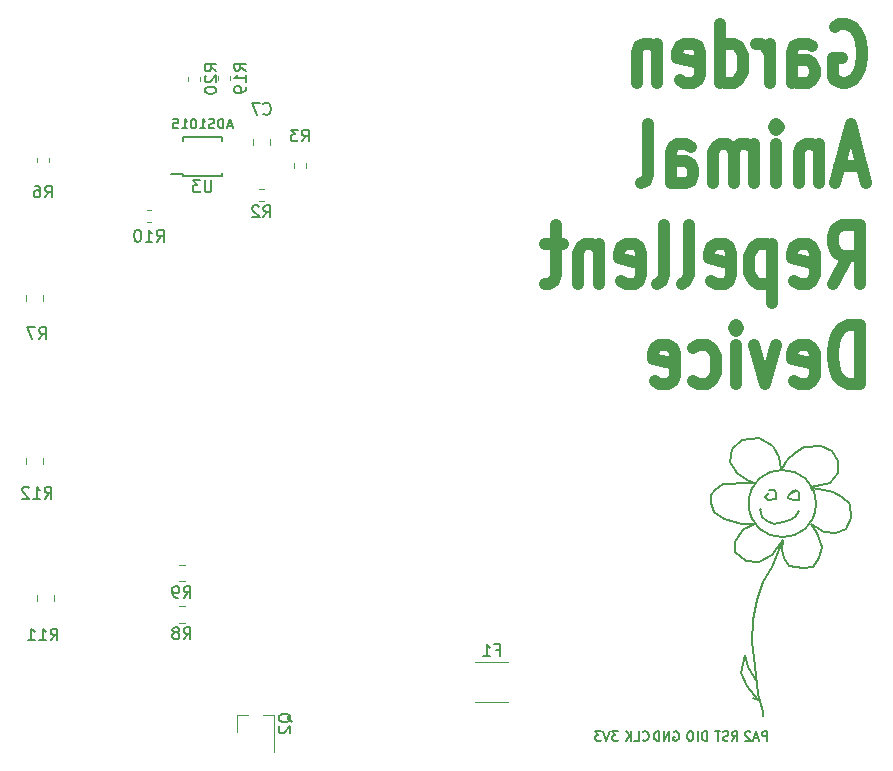
<source format=gbo>
G04 #@! TF.GenerationSoftware,KiCad,Pcbnew,5.0.2-bee76a0~70~ubuntu16.04.1*
G04 #@! TF.CreationDate,2019-01-02T19:21:14+00:00*
G04 #@! TF.ProjectId,stm32l053c,73746d33-326c-4303-9533-632e6b696361,rev?*
G04 #@! TF.SameCoordinates,Original*
G04 #@! TF.FileFunction,Legend,Bot*
G04 #@! TF.FilePolarity,Positive*
%FSLAX46Y46*%
G04 Gerber Fmt 4.6, Leading zero omitted, Abs format (unit mm)*
G04 Created by KiCad (PCBNEW 5.0.2-bee76a0~70~ubuntu16.04.1) date Wed 02 Jan 2019 19:21:14 GMT*
%MOMM*%
%LPD*%
G01*
G04 APERTURE LIST*
%ADD10C,1.000000*%
%ADD11C,0.150000*%
%ADD12C,0.120000*%
G04 APERTURE END LIST*
D10*
X161552380Y-57000000D02*
X161933333Y-56761904D01*
X162504761Y-56761904D01*
X163076190Y-57000000D01*
X163457142Y-57476190D01*
X163647619Y-57952380D01*
X163838095Y-58904761D01*
X163838095Y-59619047D01*
X163647619Y-60571428D01*
X163457142Y-61047619D01*
X163076190Y-61523809D01*
X162504761Y-61761904D01*
X162123809Y-61761904D01*
X161552380Y-61523809D01*
X161361904Y-61285714D01*
X161361904Y-59619047D01*
X162123809Y-59619047D01*
X157933333Y-61761904D02*
X157933333Y-59142857D01*
X158123809Y-58666666D01*
X158504761Y-58428571D01*
X159266666Y-58428571D01*
X159647619Y-58666666D01*
X157933333Y-61523809D02*
X158314285Y-61761904D01*
X159266666Y-61761904D01*
X159647619Y-61523809D01*
X159838095Y-61047619D01*
X159838095Y-60571428D01*
X159647619Y-60095238D01*
X159266666Y-59857142D01*
X158314285Y-59857142D01*
X157933333Y-59619047D01*
X156028571Y-61761904D02*
X156028571Y-58428571D01*
X156028571Y-59380952D02*
X155838095Y-58904761D01*
X155647619Y-58666666D01*
X155266666Y-58428571D01*
X154885714Y-58428571D01*
X151838095Y-61761904D02*
X151838095Y-56761904D01*
X151838095Y-61523809D02*
X152219047Y-61761904D01*
X152980952Y-61761904D01*
X153361904Y-61523809D01*
X153552380Y-61285714D01*
X153742857Y-60809523D01*
X153742857Y-59380952D01*
X153552380Y-58904761D01*
X153361904Y-58666666D01*
X152980952Y-58428571D01*
X152219047Y-58428571D01*
X151838095Y-58666666D01*
X148409523Y-61523809D02*
X148790476Y-61761904D01*
X149552380Y-61761904D01*
X149933333Y-61523809D01*
X150123809Y-61047619D01*
X150123809Y-59142857D01*
X149933333Y-58666666D01*
X149552380Y-58428571D01*
X148790476Y-58428571D01*
X148409523Y-58666666D01*
X148219047Y-59142857D01*
X148219047Y-59619047D01*
X150123809Y-60095238D01*
X146504761Y-58428571D02*
X146504761Y-61761904D01*
X146504761Y-58904761D02*
X146314285Y-58666666D01*
X145933333Y-58428571D01*
X145361904Y-58428571D01*
X144980952Y-58666666D01*
X144790476Y-59142857D01*
X144790476Y-61761904D01*
X163838095Y-68833333D02*
X161933333Y-68833333D01*
X164219047Y-70261904D02*
X162885714Y-65261904D01*
X161552380Y-70261904D01*
X160219047Y-66928571D02*
X160219047Y-70261904D01*
X160219047Y-67404761D02*
X160028571Y-67166666D01*
X159647619Y-66928571D01*
X159076190Y-66928571D01*
X158695238Y-67166666D01*
X158504761Y-67642857D01*
X158504761Y-70261904D01*
X156600000Y-70261904D02*
X156600000Y-66928571D01*
X156600000Y-65261904D02*
X156790476Y-65500000D01*
X156600000Y-65738095D01*
X156409523Y-65500000D01*
X156600000Y-65261904D01*
X156600000Y-65738095D01*
X154695238Y-70261904D02*
X154695238Y-66928571D01*
X154695238Y-67404761D02*
X154504761Y-67166666D01*
X154123809Y-66928571D01*
X153552380Y-66928571D01*
X153171428Y-67166666D01*
X152980952Y-67642857D01*
X152980952Y-70261904D01*
X152980952Y-67642857D02*
X152790476Y-67166666D01*
X152409523Y-66928571D01*
X151838095Y-66928571D01*
X151457142Y-67166666D01*
X151266666Y-67642857D01*
X151266666Y-70261904D01*
X147647619Y-70261904D02*
X147647619Y-67642857D01*
X147838095Y-67166666D01*
X148219047Y-66928571D01*
X148980952Y-66928571D01*
X149361904Y-67166666D01*
X147647619Y-70023809D02*
X148028571Y-70261904D01*
X148980952Y-70261904D01*
X149361904Y-70023809D01*
X149552380Y-69547619D01*
X149552380Y-69071428D01*
X149361904Y-68595238D01*
X148980952Y-68357142D01*
X148028571Y-68357142D01*
X147647619Y-68119047D01*
X145171428Y-70261904D02*
X145552380Y-70023809D01*
X145742857Y-69547619D01*
X145742857Y-65261904D01*
X161361904Y-78761904D02*
X162695238Y-76380952D01*
X163647619Y-78761904D02*
X163647619Y-73761904D01*
X162123809Y-73761904D01*
X161742857Y-74000000D01*
X161552380Y-74238095D01*
X161361904Y-74714285D01*
X161361904Y-75428571D01*
X161552380Y-75904761D01*
X161742857Y-76142857D01*
X162123809Y-76380952D01*
X163647619Y-76380952D01*
X158123809Y-78523809D02*
X158504761Y-78761904D01*
X159266666Y-78761904D01*
X159647619Y-78523809D01*
X159838095Y-78047619D01*
X159838095Y-76142857D01*
X159647619Y-75666666D01*
X159266666Y-75428571D01*
X158504761Y-75428571D01*
X158123809Y-75666666D01*
X157933333Y-76142857D01*
X157933333Y-76619047D01*
X159838095Y-77095238D01*
X156219047Y-75428571D02*
X156219047Y-80428571D01*
X156219047Y-75666666D02*
X155838095Y-75428571D01*
X155076190Y-75428571D01*
X154695238Y-75666666D01*
X154504761Y-75904761D01*
X154314285Y-76380952D01*
X154314285Y-77809523D01*
X154504761Y-78285714D01*
X154695238Y-78523809D01*
X155076190Y-78761904D01*
X155838095Y-78761904D01*
X156219047Y-78523809D01*
X151076190Y-78523809D02*
X151457142Y-78761904D01*
X152219047Y-78761904D01*
X152600000Y-78523809D01*
X152790476Y-78047619D01*
X152790476Y-76142857D01*
X152600000Y-75666666D01*
X152219047Y-75428571D01*
X151457142Y-75428571D01*
X151076190Y-75666666D01*
X150885714Y-76142857D01*
X150885714Y-76619047D01*
X152790476Y-77095238D01*
X148600000Y-78761904D02*
X148980952Y-78523809D01*
X149171428Y-78047619D01*
X149171428Y-73761904D01*
X146504761Y-78761904D02*
X146885714Y-78523809D01*
X147076190Y-78047619D01*
X147076190Y-73761904D01*
X143457142Y-78523809D02*
X143838095Y-78761904D01*
X144600000Y-78761904D01*
X144980952Y-78523809D01*
X145171428Y-78047619D01*
X145171428Y-76142857D01*
X144980952Y-75666666D01*
X144600000Y-75428571D01*
X143838095Y-75428571D01*
X143457142Y-75666666D01*
X143266666Y-76142857D01*
X143266666Y-76619047D01*
X145171428Y-77095238D01*
X141552380Y-75428571D02*
X141552380Y-78761904D01*
X141552380Y-75904761D02*
X141361904Y-75666666D01*
X140980952Y-75428571D01*
X140409523Y-75428571D01*
X140028571Y-75666666D01*
X139838095Y-76142857D01*
X139838095Y-78761904D01*
X138504761Y-75428571D02*
X136980952Y-75428571D01*
X137933333Y-73761904D02*
X137933333Y-78047619D01*
X137742857Y-78523809D01*
X137361904Y-78761904D01*
X136980952Y-78761904D01*
X163647619Y-87261904D02*
X163647619Y-82261904D01*
X162695238Y-82261904D01*
X162123809Y-82500000D01*
X161742857Y-82976190D01*
X161552380Y-83452380D01*
X161361904Y-84404761D01*
X161361904Y-85119047D01*
X161552380Y-86071428D01*
X161742857Y-86547619D01*
X162123809Y-87023809D01*
X162695238Y-87261904D01*
X163647619Y-87261904D01*
X158123809Y-87023809D02*
X158504761Y-87261904D01*
X159266666Y-87261904D01*
X159647619Y-87023809D01*
X159838095Y-86547619D01*
X159838095Y-84642857D01*
X159647619Y-84166666D01*
X159266666Y-83928571D01*
X158504761Y-83928571D01*
X158123809Y-84166666D01*
X157933333Y-84642857D01*
X157933333Y-85119047D01*
X159838095Y-85595238D01*
X156600000Y-83928571D02*
X155647619Y-87261904D01*
X154695238Y-83928571D01*
X153171428Y-87261904D02*
X153171428Y-83928571D01*
X153171428Y-82261904D02*
X153361904Y-82500000D01*
X153171428Y-82738095D01*
X152980952Y-82500000D01*
X153171428Y-82261904D01*
X153171428Y-82738095D01*
X149552380Y-87023809D02*
X149933333Y-87261904D01*
X150695238Y-87261904D01*
X151076190Y-87023809D01*
X151266666Y-86785714D01*
X151457142Y-86309523D01*
X151457142Y-84880952D01*
X151266666Y-84404761D01*
X151076190Y-84166666D01*
X150695238Y-83928571D01*
X149933333Y-83928571D01*
X149552380Y-84166666D01*
X146314285Y-87023809D02*
X146695238Y-87261904D01*
X147457142Y-87261904D01*
X147838095Y-87023809D01*
X148028571Y-86547619D01*
X148028571Y-84642857D01*
X147838095Y-84166666D01*
X147457142Y-83928571D01*
X146695238Y-83928571D01*
X146314285Y-84166666D01*
X146123809Y-84642857D01*
X146123809Y-85119047D01*
X148028571Y-85595238D01*
D11*
X110495238Y-65383333D02*
X110114285Y-65383333D01*
X110571428Y-65611904D02*
X110304761Y-64811904D01*
X110038095Y-65611904D01*
X109771428Y-65611904D02*
X109771428Y-64811904D01*
X109580952Y-64811904D01*
X109466666Y-64850000D01*
X109390476Y-64926190D01*
X109352380Y-65002380D01*
X109314285Y-65154761D01*
X109314285Y-65269047D01*
X109352380Y-65421428D01*
X109390476Y-65497619D01*
X109466666Y-65573809D01*
X109580952Y-65611904D01*
X109771428Y-65611904D01*
X109009523Y-65573809D02*
X108895238Y-65611904D01*
X108704761Y-65611904D01*
X108628571Y-65573809D01*
X108590476Y-65535714D01*
X108552380Y-65459523D01*
X108552380Y-65383333D01*
X108590476Y-65307142D01*
X108628571Y-65269047D01*
X108704761Y-65230952D01*
X108857142Y-65192857D01*
X108933333Y-65154761D01*
X108971428Y-65116666D01*
X109009523Y-65040476D01*
X109009523Y-64964285D01*
X108971428Y-64888095D01*
X108933333Y-64850000D01*
X108857142Y-64811904D01*
X108666666Y-64811904D01*
X108552380Y-64850000D01*
X107790476Y-65611904D02*
X108247619Y-65611904D01*
X108019047Y-65611904D02*
X108019047Y-64811904D01*
X108095238Y-64926190D01*
X108171428Y-65002380D01*
X108247619Y-65040476D01*
X107295238Y-64811904D02*
X107219047Y-64811904D01*
X107142857Y-64850000D01*
X107104761Y-64888095D01*
X107066666Y-64964285D01*
X107028571Y-65116666D01*
X107028571Y-65307142D01*
X107066666Y-65459523D01*
X107104761Y-65535714D01*
X107142857Y-65573809D01*
X107219047Y-65611904D01*
X107295238Y-65611904D01*
X107371428Y-65573809D01*
X107409523Y-65535714D01*
X107447619Y-65459523D01*
X107485714Y-65307142D01*
X107485714Y-65116666D01*
X107447619Y-64964285D01*
X107409523Y-64888095D01*
X107371428Y-64850000D01*
X107295238Y-64811904D01*
X106266666Y-65611904D02*
X106723809Y-65611904D01*
X106495238Y-65611904D02*
X106495238Y-64811904D01*
X106571428Y-64926190D01*
X106647619Y-65002380D01*
X106723809Y-65040476D01*
X105542857Y-64811904D02*
X105923809Y-64811904D01*
X105961904Y-65192857D01*
X105923809Y-65154761D01*
X105847619Y-65116666D01*
X105657142Y-65116666D01*
X105580952Y-65154761D01*
X105542857Y-65192857D01*
X105504761Y-65269047D01*
X105504761Y-65459523D01*
X105542857Y-65535714D01*
X105580952Y-65573809D01*
X105657142Y-65611904D01*
X105847619Y-65611904D01*
X105923809Y-65573809D01*
X105961904Y-65535714D01*
X155833333Y-117461904D02*
X155833333Y-116661904D01*
X155528571Y-116661904D01*
X155452380Y-116700000D01*
X155414285Y-116738095D01*
X155376190Y-116814285D01*
X155376190Y-116928571D01*
X155414285Y-117004761D01*
X155452380Y-117042857D01*
X155528571Y-117080952D01*
X155833333Y-117080952D01*
X155071428Y-117233333D02*
X154690476Y-117233333D01*
X155147619Y-117461904D02*
X154880952Y-116661904D01*
X154614285Y-117461904D01*
X154385714Y-116738095D02*
X154347619Y-116700000D01*
X154271428Y-116661904D01*
X154080952Y-116661904D01*
X154004761Y-116700000D01*
X153966666Y-116738095D01*
X153928571Y-116814285D01*
X153928571Y-116890476D01*
X153966666Y-117004761D01*
X154423809Y-117461904D01*
X153928571Y-117461904D01*
X152838095Y-117461904D02*
X153104761Y-117080952D01*
X153295238Y-117461904D02*
X153295238Y-116661904D01*
X152990476Y-116661904D01*
X152914285Y-116700000D01*
X152876190Y-116738095D01*
X152838095Y-116814285D01*
X152838095Y-116928571D01*
X152876190Y-117004761D01*
X152914285Y-117042857D01*
X152990476Y-117080952D01*
X153295238Y-117080952D01*
X152533333Y-117423809D02*
X152419047Y-117461904D01*
X152228571Y-117461904D01*
X152152380Y-117423809D01*
X152114285Y-117385714D01*
X152076190Y-117309523D01*
X152076190Y-117233333D01*
X152114285Y-117157142D01*
X152152380Y-117119047D01*
X152228571Y-117080952D01*
X152380952Y-117042857D01*
X152457142Y-117004761D01*
X152495238Y-116966666D01*
X152533333Y-116890476D01*
X152533333Y-116814285D01*
X152495238Y-116738095D01*
X152457142Y-116700000D01*
X152380952Y-116661904D01*
X152190476Y-116661904D01*
X152076190Y-116700000D01*
X151847619Y-116661904D02*
X151390476Y-116661904D01*
X151619047Y-117461904D02*
X151619047Y-116661904D01*
X150719047Y-117461904D02*
X150719047Y-116661904D01*
X150528571Y-116661904D01*
X150414285Y-116700000D01*
X150338095Y-116776190D01*
X150300000Y-116852380D01*
X150261904Y-117004761D01*
X150261904Y-117119047D01*
X150300000Y-117271428D01*
X150338095Y-117347619D01*
X150414285Y-117423809D01*
X150528571Y-117461904D01*
X150719047Y-117461904D01*
X149919047Y-117461904D02*
X149919047Y-116661904D01*
X149385714Y-116661904D02*
X149233333Y-116661904D01*
X149157142Y-116700000D01*
X149080952Y-116776190D01*
X149042857Y-116928571D01*
X149042857Y-117195238D01*
X149080952Y-117347619D01*
X149157142Y-117423809D01*
X149233333Y-117461904D01*
X149385714Y-117461904D01*
X149461904Y-117423809D01*
X149538095Y-117347619D01*
X149576190Y-117195238D01*
X149576190Y-116928571D01*
X149538095Y-116776190D01*
X149461904Y-116700000D01*
X149385714Y-116661904D01*
X147909523Y-116700000D02*
X147985714Y-116661904D01*
X148100000Y-116661904D01*
X148214285Y-116700000D01*
X148290476Y-116776190D01*
X148328571Y-116852380D01*
X148366666Y-117004761D01*
X148366666Y-117119047D01*
X148328571Y-117271428D01*
X148290476Y-117347619D01*
X148214285Y-117423809D01*
X148100000Y-117461904D01*
X148023809Y-117461904D01*
X147909523Y-117423809D01*
X147871428Y-117385714D01*
X147871428Y-117119047D01*
X148023809Y-117119047D01*
X147528571Y-117461904D02*
X147528571Y-116661904D01*
X147071428Y-117461904D01*
X147071428Y-116661904D01*
X146690476Y-117461904D02*
X146690476Y-116661904D01*
X146500000Y-116661904D01*
X146385714Y-116700000D01*
X146309523Y-116776190D01*
X146271428Y-116852380D01*
X146233333Y-117004761D01*
X146233333Y-117119047D01*
X146271428Y-117271428D01*
X146309523Y-117347619D01*
X146385714Y-117423809D01*
X146500000Y-117461904D01*
X146690476Y-117461904D01*
X145276190Y-117385714D02*
X145314285Y-117423809D01*
X145428571Y-117461904D01*
X145504761Y-117461904D01*
X145619047Y-117423809D01*
X145695238Y-117347619D01*
X145733333Y-117271428D01*
X145771428Y-117119047D01*
X145771428Y-117004761D01*
X145733333Y-116852380D01*
X145695238Y-116776190D01*
X145619047Y-116700000D01*
X145504761Y-116661904D01*
X145428571Y-116661904D01*
X145314285Y-116700000D01*
X145276190Y-116738095D01*
X144552380Y-117461904D02*
X144933333Y-117461904D01*
X144933333Y-116661904D01*
X144285714Y-117461904D02*
X144285714Y-116661904D01*
X143828571Y-117461904D02*
X144171428Y-117004761D01*
X143828571Y-116661904D02*
X144285714Y-117119047D01*
X143190476Y-116661904D02*
X142695238Y-116661904D01*
X142961904Y-116966666D01*
X142847619Y-116966666D01*
X142771428Y-117004761D01*
X142733333Y-117042857D01*
X142695238Y-117119047D01*
X142695238Y-117309523D01*
X142733333Y-117385714D01*
X142771428Y-117423809D01*
X142847619Y-117461904D01*
X143076190Y-117461904D01*
X143152380Y-117423809D01*
X143190476Y-117385714D01*
X142466666Y-116661904D02*
X142200000Y-117461904D01*
X141933333Y-116661904D01*
X141742857Y-116661904D02*
X141247619Y-116661904D01*
X141514285Y-116966666D01*
X141400000Y-116966666D01*
X141323809Y-117004761D01*
X141285714Y-117042857D01*
X141247619Y-117119047D01*
X141247619Y-117309523D01*
X141285714Y-117385714D01*
X141323809Y-117423809D01*
X141400000Y-117461904D01*
X141628571Y-117461904D01*
X141704761Y-117423809D01*
X141742857Y-117385714D01*
D12*
G04 #@! TO.C,F1*
X133886252Y-110790000D02*
X131113748Y-110790000D01*
X133886252Y-114210000D02*
X131113748Y-114210000D01*
G04 #@! TO.C,Q2*
X110920000Y-115240000D02*
X111850000Y-115240000D01*
X114080000Y-115240000D02*
X113150000Y-115240000D01*
X114080000Y-115240000D02*
X114080000Y-118400000D01*
X110920000Y-115240000D02*
X110920000Y-116700000D01*
G04 #@! TO.C,R2*
X112828733Y-71760000D02*
X113171267Y-71760000D01*
X112828733Y-70740000D02*
X113171267Y-70740000D01*
G04 #@! TO.C,R3*
X116760000Y-68578733D02*
X116760000Y-68921267D01*
X115740000Y-68578733D02*
X115740000Y-68921267D01*
G04 #@! TO.C,R6*
X95010000Y-68421267D02*
X95010000Y-68078733D01*
X93990000Y-68421267D02*
X93990000Y-68078733D01*
G04 #@! TO.C,R7*
X93040000Y-80236252D02*
X93040000Y-79713748D01*
X94460000Y-80236252D02*
X94460000Y-79713748D01*
G04 #@! TO.C,R9*
X105988748Y-103960000D02*
X106511252Y-103960000D01*
X105988748Y-102540000D02*
X106511252Y-102540000D01*
G04 #@! TO.C,R10*
X103671267Y-72490000D02*
X103328733Y-72490000D01*
X103671267Y-73510000D02*
X103328733Y-73510000D01*
G04 #@! TO.C,R11*
X95410000Y-105138748D02*
X95410000Y-105661252D01*
X93990000Y-105138748D02*
X93990000Y-105661252D01*
G04 #@! TO.C,R12*
X93040000Y-93488748D02*
X93040000Y-94011252D01*
X94460000Y-93488748D02*
X94460000Y-94011252D01*
G04 #@! TO.C,R8*
X105988748Y-106040000D02*
X106511252Y-106040000D01*
X105988748Y-107460000D02*
X106511252Y-107460000D01*
G04 #@! TO.C,C7*
X113710000Y-67011252D02*
X113710000Y-66488748D01*
X112290000Y-67011252D02*
X112290000Y-66488748D01*
G04 #@! TO.C,R19*
X109290000Y-61521267D02*
X109290000Y-61178733D01*
X110310000Y-61521267D02*
X110310000Y-61178733D01*
G04 #@! TO.C,R20*
X107810000Y-61571267D02*
X107810000Y-61228733D01*
X106790000Y-61571267D02*
X106790000Y-61228733D01*
D11*
G04 #@! TO.C,U3*
X106375000Y-69625000D02*
X106375000Y-69450000D01*
X109625000Y-69625000D02*
X109625000Y-69350000D01*
X109625000Y-66375000D02*
X109625000Y-66650000D01*
X106375000Y-66375000D02*
X106375000Y-66650000D01*
X106375000Y-69625000D02*
X109625000Y-69625000D01*
X106375000Y-66375000D02*
X109625000Y-66375000D01*
X106375000Y-69450000D02*
X105300000Y-69450000D01*
G04 #@! TO.C,REF\002A\002A*
X159939806Y-97370000D02*
G75*
G03X159939806Y-97370000I-2839806J0D01*
G01*
X154100000Y-95400000D02*
X154725000Y-95625000D01*
X153275000Y-94800000D02*
X154100000Y-95400000D01*
X152650000Y-93850000D02*
X153275000Y-94800000D01*
X152875000Y-92725000D02*
X152650000Y-93850000D01*
X153725000Y-91950000D02*
X152875000Y-92725000D01*
X155125000Y-91825000D02*
X153725000Y-91950000D01*
X156350000Y-92500000D02*
X155125000Y-91825000D01*
X156850000Y-93400000D02*
X156350000Y-92500000D01*
X157025000Y-94450000D02*
X156850000Y-93400000D01*
X159525000Y-95975000D02*
X159575000Y-96200000D01*
X160375000Y-95800000D02*
X159525000Y-95975000D01*
X161150000Y-95625000D02*
X160375000Y-95800000D01*
X161775000Y-94800000D02*
X161150000Y-95625000D01*
X161825000Y-93800000D02*
X161775000Y-94800000D01*
X161275000Y-92950000D02*
X161825000Y-93800000D01*
X160375000Y-92500000D02*
X161275000Y-92950000D01*
X158975000Y-92625000D02*
X160375000Y-92500000D01*
X158200000Y-93125000D02*
X158975000Y-92625000D01*
X157525000Y-93675000D02*
X158200000Y-93125000D01*
X157075000Y-94450000D02*
X157525000Y-93675000D01*
X153050000Y-100650000D02*
X153500000Y-99925000D01*
X153100000Y-101500000D02*
X153050000Y-100650000D01*
X154000000Y-102275000D02*
X153100000Y-101500000D01*
X155125000Y-102350000D02*
X154000000Y-102275000D01*
X156225000Y-101725000D02*
X155125000Y-102350000D01*
X156675000Y-101175000D02*
X156225000Y-101725000D01*
X157125000Y-100450000D02*
X156675000Y-101175000D01*
X157075000Y-101275000D02*
X157125000Y-100450000D01*
X157250000Y-102000000D02*
X157075000Y-101275000D01*
X157675000Y-102625000D02*
X157250000Y-102000000D01*
X158850000Y-102850000D02*
X157675000Y-102625000D01*
X159700000Y-102725000D02*
X158850000Y-102850000D01*
X160200000Y-101950000D02*
X159700000Y-102725000D01*
X160425000Y-101050000D02*
X160200000Y-101950000D01*
X160025000Y-99825000D02*
X160425000Y-101050000D01*
X159525000Y-99100000D02*
X160025000Y-99825000D01*
X159975000Y-99375000D02*
X159525000Y-99100000D01*
X160600000Y-99775000D02*
X159975000Y-99375000D01*
X161650000Y-99875000D02*
X160600000Y-99775000D01*
X162500000Y-99500000D02*
X161650000Y-99875000D01*
X162950000Y-98600000D02*
X162500000Y-99500000D01*
X162825000Y-97425000D02*
X162950000Y-98600000D01*
X162150000Y-96850000D02*
X162825000Y-97425000D01*
X161375000Y-96425000D02*
X162150000Y-96850000D01*
X160650000Y-96250000D02*
X161375000Y-96425000D01*
X159650000Y-96075000D02*
X160650000Y-96250000D01*
X154675000Y-95625000D02*
X154675000Y-95575000D01*
X154275000Y-95625000D02*
X154675000Y-95625000D01*
X153600000Y-95625000D02*
X154275000Y-95625000D01*
X152725000Y-95700000D02*
X153600000Y-95625000D01*
X152050000Y-95750000D02*
X152725000Y-95700000D01*
X151375000Y-96200000D02*
X152050000Y-95750000D01*
X151100000Y-96650000D02*
X151375000Y-96200000D01*
X151025000Y-97300000D02*
X151100000Y-96650000D01*
X151325000Y-98100000D02*
X151025000Y-97300000D01*
X152200000Y-98650000D02*
X151325000Y-98100000D01*
X153675000Y-99100000D02*
X152200000Y-98650000D01*
X154775000Y-99100000D02*
X153675000Y-99100000D01*
X153875000Y-99500000D02*
X154775000Y-99100000D01*
X153450000Y-100000000D02*
X153875000Y-99500000D01*
X158200000Y-96300000D02*
X157900000Y-96300000D01*
X157900000Y-96475000D02*
X158200000Y-96300000D01*
X157625000Y-96525000D02*
X157900000Y-96475000D01*
X157575000Y-96925000D02*
X157625000Y-96525000D01*
X157975000Y-97075000D02*
X157575000Y-96925000D01*
X158525000Y-97075000D02*
X157975000Y-97075000D01*
X158525000Y-96425000D02*
X158525000Y-97075000D01*
X158200000Y-96200000D02*
X158525000Y-96425000D01*
X155625000Y-96800000D02*
X155950000Y-96475000D01*
X155900000Y-97075000D02*
X155625000Y-96800000D01*
X156525000Y-97025000D02*
X155900000Y-97075000D01*
X156575000Y-96575000D02*
X156525000Y-97025000D01*
X156450000Y-96250000D02*
X156575000Y-96575000D01*
X155950000Y-96200000D02*
X156450000Y-96250000D01*
X155175000Y-97800000D02*
X155275000Y-97800000D01*
X155350000Y-98475000D02*
X155175000Y-97800000D01*
X155775000Y-98875000D02*
X155350000Y-98475000D01*
X156400000Y-99100000D02*
X155775000Y-98875000D01*
X157175000Y-98975000D02*
X156400000Y-99100000D01*
X157750000Y-98750000D02*
X157175000Y-98975000D01*
X158200000Y-98550000D02*
X157750000Y-98750000D01*
X158525000Y-98025000D02*
X158200000Y-98550000D01*
X155450000Y-115025000D02*
X155450000Y-115400000D01*
X155000000Y-113525000D02*
X155450000Y-115025000D01*
X154825000Y-111125000D02*
X155000000Y-113525000D01*
X154550000Y-109075000D02*
X154825000Y-111125000D01*
X154650000Y-107225000D02*
X154550000Y-109075000D01*
X154925000Y-105525000D02*
X154650000Y-107225000D01*
X155450000Y-104000000D02*
X154925000Y-105525000D01*
X156250000Y-102775000D02*
X155450000Y-104000000D01*
X157150000Y-100450000D02*
X156250000Y-102775000D01*
X155000000Y-113975000D02*
X154650000Y-113800000D01*
X154125000Y-112825000D02*
X155000000Y-113975000D01*
X153575000Y-111750000D02*
X154125000Y-112825000D01*
X153950000Y-110225000D02*
X153575000Y-111750000D01*
X154200000Y-111225000D02*
X153950000Y-110225000D01*
X154925000Y-112450000D02*
X154200000Y-111225000D01*
G04 #@! TO.C,F1*
X132833333Y-109778571D02*
X133166666Y-109778571D01*
X133166666Y-110302380D02*
X133166666Y-109302380D01*
X132690476Y-109302380D01*
X131785714Y-110302380D02*
X132357142Y-110302380D01*
X132071428Y-110302380D02*
X132071428Y-109302380D01*
X132166666Y-109445238D01*
X132261904Y-109540476D01*
X132357142Y-109588095D01*
G04 #@! TO.C,Q2*
X115547619Y-115904761D02*
X115500000Y-115809523D01*
X115404761Y-115714285D01*
X115261904Y-115571428D01*
X115214285Y-115476190D01*
X115214285Y-115380952D01*
X115452380Y-115428571D02*
X115404761Y-115333333D01*
X115309523Y-115238095D01*
X115119047Y-115190476D01*
X114785714Y-115190476D01*
X114595238Y-115238095D01*
X114500000Y-115333333D01*
X114452380Y-115428571D01*
X114452380Y-115619047D01*
X114500000Y-115714285D01*
X114595238Y-115809523D01*
X114785714Y-115857142D01*
X115119047Y-115857142D01*
X115309523Y-115809523D01*
X115404761Y-115714285D01*
X115452380Y-115619047D01*
X115452380Y-115428571D01*
X114547619Y-116238095D02*
X114500000Y-116285714D01*
X114452380Y-116380952D01*
X114452380Y-116619047D01*
X114500000Y-116714285D01*
X114547619Y-116761904D01*
X114642857Y-116809523D01*
X114738095Y-116809523D01*
X114880952Y-116761904D01*
X115452380Y-116190476D01*
X115452380Y-116809523D01*
G04 #@! TO.C,R2*
X113166666Y-73132380D02*
X113500000Y-72656190D01*
X113738095Y-73132380D02*
X113738095Y-72132380D01*
X113357142Y-72132380D01*
X113261904Y-72180000D01*
X113214285Y-72227619D01*
X113166666Y-72322857D01*
X113166666Y-72465714D01*
X113214285Y-72560952D01*
X113261904Y-72608571D01*
X113357142Y-72656190D01*
X113738095Y-72656190D01*
X112785714Y-72227619D02*
X112738095Y-72180000D01*
X112642857Y-72132380D01*
X112404761Y-72132380D01*
X112309523Y-72180000D01*
X112261904Y-72227619D01*
X112214285Y-72322857D01*
X112214285Y-72418095D01*
X112261904Y-72560952D01*
X112833333Y-73132380D01*
X112214285Y-73132380D01*
G04 #@! TO.C,R3*
X116416666Y-66702380D02*
X116750000Y-66226190D01*
X116988095Y-66702380D02*
X116988095Y-65702380D01*
X116607142Y-65702380D01*
X116511904Y-65750000D01*
X116464285Y-65797619D01*
X116416666Y-65892857D01*
X116416666Y-66035714D01*
X116464285Y-66130952D01*
X116511904Y-66178571D01*
X116607142Y-66226190D01*
X116988095Y-66226190D01*
X116083333Y-65702380D02*
X115464285Y-65702380D01*
X115797619Y-66083333D01*
X115654761Y-66083333D01*
X115559523Y-66130952D01*
X115511904Y-66178571D01*
X115464285Y-66273809D01*
X115464285Y-66511904D01*
X115511904Y-66607142D01*
X115559523Y-66654761D01*
X115654761Y-66702380D01*
X115940476Y-66702380D01*
X116035714Y-66654761D01*
X116083333Y-66607142D01*
G04 #@! TO.C,R6*
X94666666Y-71452380D02*
X95000000Y-70976190D01*
X95238095Y-71452380D02*
X95238095Y-70452380D01*
X94857142Y-70452380D01*
X94761904Y-70500000D01*
X94714285Y-70547619D01*
X94666666Y-70642857D01*
X94666666Y-70785714D01*
X94714285Y-70880952D01*
X94761904Y-70928571D01*
X94857142Y-70976190D01*
X95238095Y-70976190D01*
X93809523Y-70452380D02*
X94000000Y-70452380D01*
X94095238Y-70500000D01*
X94142857Y-70547619D01*
X94238095Y-70690476D01*
X94285714Y-70880952D01*
X94285714Y-71261904D01*
X94238095Y-71357142D01*
X94190476Y-71404761D01*
X94095238Y-71452380D01*
X93904761Y-71452380D01*
X93809523Y-71404761D01*
X93761904Y-71357142D01*
X93714285Y-71261904D01*
X93714285Y-71023809D01*
X93761904Y-70928571D01*
X93809523Y-70880952D01*
X93904761Y-70833333D01*
X94095238Y-70833333D01*
X94190476Y-70880952D01*
X94238095Y-70928571D01*
X94285714Y-71023809D01*
G04 #@! TO.C,R7*
X94166666Y-83452380D02*
X94500000Y-82976190D01*
X94738095Y-83452380D02*
X94738095Y-82452380D01*
X94357142Y-82452380D01*
X94261904Y-82500000D01*
X94214285Y-82547619D01*
X94166666Y-82642857D01*
X94166666Y-82785714D01*
X94214285Y-82880952D01*
X94261904Y-82928571D01*
X94357142Y-82976190D01*
X94738095Y-82976190D01*
X93833333Y-82452380D02*
X93166666Y-82452380D01*
X93595238Y-83452380D01*
G04 #@! TO.C,R9*
X106416666Y-105352380D02*
X106750000Y-104876190D01*
X106988095Y-105352380D02*
X106988095Y-104352380D01*
X106607142Y-104352380D01*
X106511904Y-104400000D01*
X106464285Y-104447619D01*
X106416666Y-104542857D01*
X106416666Y-104685714D01*
X106464285Y-104780952D01*
X106511904Y-104828571D01*
X106607142Y-104876190D01*
X106988095Y-104876190D01*
X105940476Y-105352380D02*
X105750000Y-105352380D01*
X105654761Y-105304761D01*
X105607142Y-105257142D01*
X105511904Y-105114285D01*
X105464285Y-104923809D01*
X105464285Y-104542857D01*
X105511904Y-104447619D01*
X105559523Y-104400000D01*
X105654761Y-104352380D01*
X105845238Y-104352380D01*
X105940476Y-104400000D01*
X105988095Y-104447619D01*
X106035714Y-104542857D01*
X106035714Y-104780952D01*
X105988095Y-104876190D01*
X105940476Y-104923809D01*
X105845238Y-104971428D01*
X105654761Y-104971428D01*
X105559523Y-104923809D01*
X105511904Y-104876190D01*
X105464285Y-104780952D01*
G04 #@! TO.C,R10*
X104142857Y-75202380D02*
X104476190Y-74726190D01*
X104714285Y-75202380D02*
X104714285Y-74202380D01*
X104333333Y-74202380D01*
X104238095Y-74250000D01*
X104190476Y-74297619D01*
X104142857Y-74392857D01*
X104142857Y-74535714D01*
X104190476Y-74630952D01*
X104238095Y-74678571D01*
X104333333Y-74726190D01*
X104714285Y-74726190D01*
X103190476Y-75202380D02*
X103761904Y-75202380D01*
X103476190Y-75202380D02*
X103476190Y-74202380D01*
X103571428Y-74345238D01*
X103666666Y-74440476D01*
X103761904Y-74488095D01*
X102571428Y-74202380D02*
X102476190Y-74202380D01*
X102380952Y-74250000D01*
X102333333Y-74297619D01*
X102285714Y-74392857D01*
X102238095Y-74583333D01*
X102238095Y-74821428D01*
X102285714Y-75011904D01*
X102333333Y-75107142D01*
X102380952Y-75154761D01*
X102476190Y-75202380D01*
X102571428Y-75202380D01*
X102666666Y-75154761D01*
X102714285Y-75107142D01*
X102761904Y-75011904D01*
X102809523Y-74821428D01*
X102809523Y-74583333D01*
X102761904Y-74392857D01*
X102714285Y-74297619D01*
X102666666Y-74250000D01*
X102571428Y-74202380D01*
G04 #@! TO.C,R11*
X95142857Y-108952380D02*
X95476190Y-108476190D01*
X95714285Y-108952380D02*
X95714285Y-107952380D01*
X95333333Y-107952380D01*
X95238095Y-108000000D01*
X95190476Y-108047619D01*
X95142857Y-108142857D01*
X95142857Y-108285714D01*
X95190476Y-108380952D01*
X95238095Y-108428571D01*
X95333333Y-108476190D01*
X95714285Y-108476190D01*
X94190476Y-108952380D02*
X94761904Y-108952380D01*
X94476190Y-108952380D02*
X94476190Y-107952380D01*
X94571428Y-108095238D01*
X94666666Y-108190476D01*
X94761904Y-108238095D01*
X93238095Y-108952380D02*
X93809523Y-108952380D01*
X93523809Y-108952380D02*
X93523809Y-107952380D01*
X93619047Y-108095238D01*
X93714285Y-108190476D01*
X93809523Y-108238095D01*
G04 #@! TO.C,R12*
X94642857Y-96952380D02*
X94976190Y-96476190D01*
X95214285Y-96952380D02*
X95214285Y-95952380D01*
X94833333Y-95952380D01*
X94738095Y-96000000D01*
X94690476Y-96047619D01*
X94642857Y-96142857D01*
X94642857Y-96285714D01*
X94690476Y-96380952D01*
X94738095Y-96428571D01*
X94833333Y-96476190D01*
X95214285Y-96476190D01*
X93690476Y-96952380D02*
X94261904Y-96952380D01*
X93976190Y-96952380D02*
X93976190Y-95952380D01*
X94071428Y-96095238D01*
X94166666Y-96190476D01*
X94261904Y-96238095D01*
X93309523Y-96047619D02*
X93261904Y-96000000D01*
X93166666Y-95952380D01*
X92928571Y-95952380D01*
X92833333Y-96000000D01*
X92785714Y-96047619D01*
X92738095Y-96142857D01*
X92738095Y-96238095D01*
X92785714Y-96380952D01*
X93357142Y-96952380D01*
X92738095Y-96952380D01*
G04 #@! TO.C,R8*
X106416666Y-108852380D02*
X106750000Y-108376190D01*
X106988095Y-108852380D02*
X106988095Y-107852380D01*
X106607142Y-107852380D01*
X106511904Y-107900000D01*
X106464285Y-107947619D01*
X106416666Y-108042857D01*
X106416666Y-108185714D01*
X106464285Y-108280952D01*
X106511904Y-108328571D01*
X106607142Y-108376190D01*
X106988095Y-108376190D01*
X105845238Y-108280952D02*
X105940476Y-108233333D01*
X105988095Y-108185714D01*
X106035714Y-108090476D01*
X106035714Y-108042857D01*
X105988095Y-107947619D01*
X105940476Y-107900000D01*
X105845238Y-107852380D01*
X105654761Y-107852380D01*
X105559523Y-107900000D01*
X105511904Y-107947619D01*
X105464285Y-108042857D01*
X105464285Y-108090476D01*
X105511904Y-108185714D01*
X105559523Y-108233333D01*
X105654761Y-108280952D01*
X105845238Y-108280952D01*
X105940476Y-108328571D01*
X105988095Y-108376190D01*
X106035714Y-108471428D01*
X106035714Y-108661904D01*
X105988095Y-108757142D01*
X105940476Y-108804761D01*
X105845238Y-108852380D01*
X105654761Y-108852380D01*
X105559523Y-108804761D01*
X105511904Y-108757142D01*
X105464285Y-108661904D01*
X105464285Y-108471428D01*
X105511904Y-108376190D01*
X105559523Y-108328571D01*
X105654761Y-108280952D01*
G04 #@! TO.C,C7*
X113166666Y-64357142D02*
X113214285Y-64404761D01*
X113357142Y-64452380D01*
X113452380Y-64452380D01*
X113595238Y-64404761D01*
X113690476Y-64309523D01*
X113738095Y-64214285D01*
X113785714Y-64023809D01*
X113785714Y-63880952D01*
X113738095Y-63690476D01*
X113690476Y-63595238D01*
X113595238Y-63500000D01*
X113452380Y-63452380D01*
X113357142Y-63452380D01*
X113214285Y-63500000D01*
X113166666Y-63547619D01*
X112833333Y-63452380D02*
X112166666Y-63452380D01*
X112595238Y-64452380D01*
G04 #@! TO.C,R19*
X111682380Y-60707142D02*
X111206190Y-60373809D01*
X111682380Y-60135714D02*
X110682380Y-60135714D01*
X110682380Y-60516666D01*
X110730000Y-60611904D01*
X110777619Y-60659523D01*
X110872857Y-60707142D01*
X111015714Y-60707142D01*
X111110952Y-60659523D01*
X111158571Y-60611904D01*
X111206190Y-60516666D01*
X111206190Y-60135714D01*
X111682380Y-61659523D02*
X111682380Y-61088095D01*
X111682380Y-61373809D02*
X110682380Y-61373809D01*
X110825238Y-61278571D01*
X110920476Y-61183333D01*
X110968095Y-61088095D01*
X111682380Y-62135714D02*
X111682380Y-62326190D01*
X111634761Y-62421428D01*
X111587142Y-62469047D01*
X111444285Y-62564285D01*
X111253809Y-62611904D01*
X110872857Y-62611904D01*
X110777619Y-62564285D01*
X110730000Y-62516666D01*
X110682380Y-62421428D01*
X110682380Y-62230952D01*
X110730000Y-62135714D01*
X110777619Y-62088095D01*
X110872857Y-62040476D01*
X111110952Y-62040476D01*
X111206190Y-62088095D01*
X111253809Y-62135714D01*
X111301428Y-62230952D01*
X111301428Y-62421428D01*
X111253809Y-62516666D01*
X111206190Y-62564285D01*
X111110952Y-62611904D01*
G04 #@! TO.C,R20*
X109182380Y-60757142D02*
X108706190Y-60423809D01*
X109182380Y-60185714D02*
X108182380Y-60185714D01*
X108182380Y-60566666D01*
X108230000Y-60661904D01*
X108277619Y-60709523D01*
X108372857Y-60757142D01*
X108515714Y-60757142D01*
X108610952Y-60709523D01*
X108658571Y-60661904D01*
X108706190Y-60566666D01*
X108706190Y-60185714D01*
X108277619Y-61138095D02*
X108230000Y-61185714D01*
X108182380Y-61280952D01*
X108182380Y-61519047D01*
X108230000Y-61614285D01*
X108277619Y-61661904D01*
X108372857Y-61709523D01*
X108468095Y-61709523D01*
X108610952Y-61661904D01*
X109182380Y-61090476D01*
X109182380Y-61709523D01*
X108182380Y-62328571D02*
X108182380Y-62423809D01*
X108230000Y-62519047D01*
X108277619Y-62566666D01*
X108372857Y-62614285D01*
X108563333Y-62661904D01*
X108801428Y-62661904D01*
X108991904Y-62614285D01*
X109087142Y-62566666D01*
X109134761Y-62519047D01*
X109182380Y-62423809D01*
X109182380Y-62328571D01*
X109134761Y-62233333D01*
X109087142Y-62185714D01*
X108991904Y-62138095D01*
X108801428Y-62090476D01*
X108563333Y-62090476D01*
X108372857Y-62138095D01*
X108277619Y-62185714D01*
X108230000Y-62233333D01*
X108182380Y-62328571D01*
G04 #@! TO.C,U3*
X108761904Y-70002380D02*
X108761904Y-70811904D01*
X108714285Y-70907142D01*
X108666666Y-70954761D01*
X108571428Y-71002380D01*
X108380952Y-71002380D01*
X108285714Y-70954761D01*
X108238095Y-70907142D01*
X108190476Y-70811904D01*
X108190476Y-70002380D01*
X107809523Y-70002380D02*
X107190476Y-70002380D01*
X107523809Y-70383333D01*
X107380952Y-70383333D01*
X107285714Y-70430952D01*
X107238095Y-70478571D01*
X107190476Y-70573809D01*
X107190476Y-70811904D01*
X107238095Y-70907142D01*
X107285714Y-70954761D01*
X107380952Y-71002380D01*
X107666666Y-71002380D01*
X107761904Y-70954761D01*
X107809523Y-70907142D01*
G04 #@! TD*
M02*

</source>
